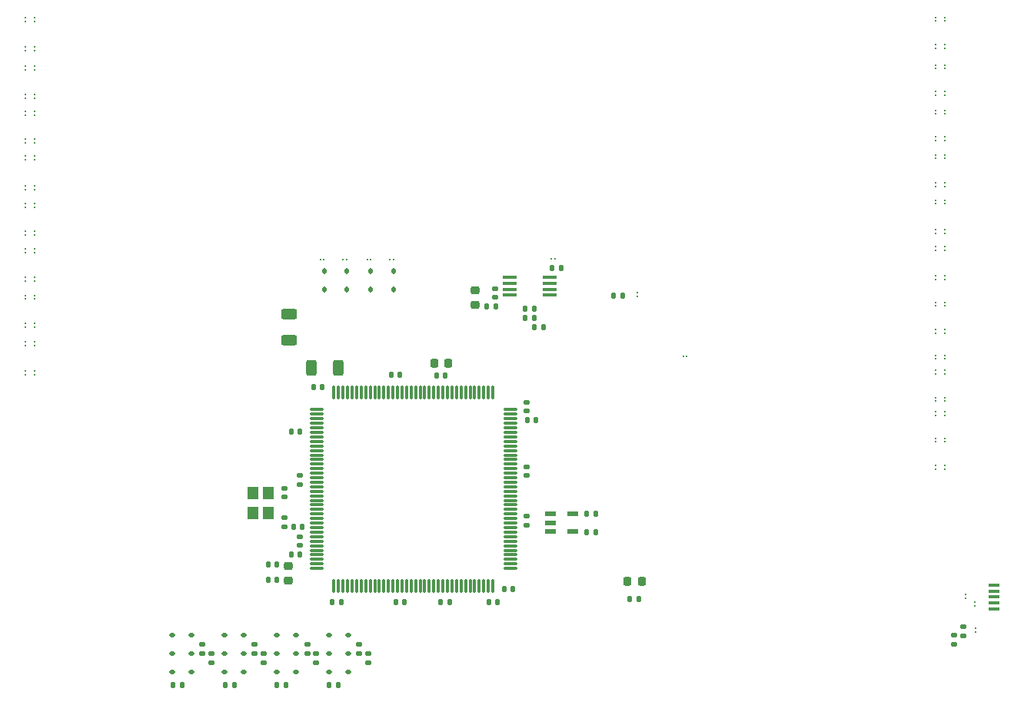
<source format=gbr>
%TF.GenerationSoftware,KiCad,Pcbnew,8.0.8*%
%TF.CreationDate,2025-03-20T13:14:25-05:00*%
%TF.ProjectId,ControllerPCB,436f6e74-726f-46c6-9c65-725043422e6b,rev?*%
%TF.SameCoordinates,Original*%
%TF.FileFunction,Paste,Top*%
%TF.FilePolarity,Positive*%
%FSLAX46Y46*%
G04 Gerber Fmt 4.6, Leading zero omitted, Abs format (unit mm)*
G04 Created by KiCad (PCBNEW 8.0.8) date 2025-03-20 13:14:25*
%MOMM*%
%LPD*%
G01*
G04 APERTURE LIST*
G04 Aperture macros list*
%AMRoundRect*
0 Rectangle with rounded corners*
0 $1 Rounding radius*
0 $2 $3 $4 $5 $6 $7 $8 $9 X,Y pos of 4 corners*
0 Add a 4 corners polygon primitive as box body*
4,1,4,$2,$3,$4,$5,$6,$7,$8,$9,$2,$3,0*
0 Add four circle primitives for the rounded corners*
1,1,$1+$1,$2,$3*
1,1,$1+$1,$4,$5*
1,1,$1+$1,$6,$7*
1,1,$1+$1,$8,$9*
0 Add four rect primitives between the rounded corners*
20,1,$1+$1,$2,$3,$4,$5,0*
20,1,$1+$1,$4,$5,$6,$7,0*
20,1,$1+$1,$6,$7,$8,$9,0*
20,1,$1+$1,$8,$9,$2,$3,0*%
G04 Aperture macros list end*
%ADD10R,0.280000X0.200000*%
%ADD11RoundRect,0.112500X-0.112500X0.187500X-0.112500X-0.187500X0.112500X-0.187500X0.112500X0.187500X0*%
%ADD12RoundRect,0.140000X0.140000X0.170000X-0.140000X0.170000X-0.140000X-0.170000X0.140000X-0.170000X0*%
%ADD13RoundRect,0.112500X0.187500X0.112500X-0.187500X0.112500X-0.187500X-0.112500X0.187500X-0.112500X0*%
%ADD14RoundRect,0.140000X-0.140000X-0.170000X0.140000X-0.170000X0.140000X0.170000X-0.140000X0.170000X0*%
%ADD15RoundRect,0.135000X-0.135000X-0.185000X0.135000X-0.185000X0.135000X0.185000X-0.135000X0.185000X0*%
%ADD16RoundRect,0.135000X-0.185000X0.135000X-0.185000X-0.135000X0.185000X-0.135000X0.185000X0.135000X0*%
%ADD17R,0.200000X0.280000*%
%ADD18RoundRect,0.140000X0.170000X-0.140000X0.170000X0.140000X-0.170000X0.140000X-0.170000X-0.140000X0*%
%ADD19RoundRect,0.135000X0.135000X0.185000X-0.135000X0.185000X-0.135000X-0.185000X0.135000X-0.185000X0*%
%ADD20RoundRect,0.218750X0.256250X-0.218750X0.256250X0.218750X-0.256250X0.218750X-0.256250X-0.218750X0*%
%ADD21RoundRect,0.218750X-0.218750X-0.256250X0.218750X-0.256250X0.218750X0.256250X-0.218750X0.256250X0*%
%ADD22RoundRect,0.250000X-0.625000X0.312500X-0.625000X-0.312500X0.625000X-0.312500X0.625000X0.312500X0*%
%ADD23RoundRect,0.140000X-0.170000X0.140000X-0.170000X-0.140000X0.170000X-0.140000X0.170000X0.140000X0*%
%ADD24R,1.300000X0.450000*%
%ADD25RoundRect,0.075000X-0.662500X-0.075000X0.662500X-0.075000X0.662500X0.075000X-0.662500X0.075000X0*%
%ADD26RoundRect,0.075000X-0.075000X-0.662500X0.075000X-0.662500X0.075000X0.662500X-0.075000X0.662500X0*%
%ADD27RoundRect,0.250000X-0.312500X-0.625000X0.312500X-0.625000X0.312500X0.625000X-0.312500X0.625000X0*%
%ADD28RoundRect,0.225000X-0.225000X-0.250000X0.225000X-0.250000X0.225000X0.250000X-0.225000X0.250000X0*%
%ADD29R,1.200000X1.400000*%
%ADD30R,1.200000X0.600000*%
%ADD31RoundRect,0.218750X-0.256250X0.218750X-0.256250X-0.218750X0.256250X-0.218750X0.256250X0.218750X0*%
%ADD32R,1.524000X0.431800*%
G04 APERTURE END LIST*
D10*
%TO.C,D503*%
X93500000Y-91250000D03*
X93500000Y-91650000D03*
%TD*%
D11*
%TO.C,D114*%
X131500000Y-90531202D03*
X131500000Y-92631202D03*
%TD*%
D12*
%TO.C,C106*%
X123980000Y-118750000D03*
X123020000Y-118750000D03*
%TD*%
D10*
%TO.C,D540*%
X94500000Y-86200000D03*
X94500000Y-86600000D03*
%TD*%
%TO.C,D552*%
X194750000Y-94000000D03*
X194750000Y-94400000D03*
%TD*%
D12*
%TO.C,C107*%
X140180000Y-127100000D03*
X139220000Y-127100000D03*
%TD*%
D10*
%TO.C,D534*%
X93500000Y-78300000D03*
X93500000Y-77900000D03*
%TD*%
D12*
%TO.C,C122*%
X121180000Y-124637500D03*
X120220000Y-124637500D03*
%TD*%
D10*
%TO.C,D550*%
X193750000Y-94000000D03*
X193750000Y-94400000D03*
%TD*%
%TO.C,D502*%
X93500000Y-88500000D03*
X93500000Y-88100000D03*
%TD*%
%TO.C,D512*%
X94500000Y-101600000D03*
X94500000Y-102000000D03*
%TD*%
D13*
%TO.C,D410*%
X117500000Y-134734399D03*
X115400000Y-134734399D03*
%TD*%
D10*
%TO.C,D530*%
X93500000Y-73400000D03*
X93500000Y-73000000D03*
%TD*%
%TO.C,D570*%
X193750000Y-106500000D03*
X193750000Y-106100000D03*
%TD*%
D14*
%TO.C,C114*%
X144490000Y-127100000D03*
X145450000Y-127100000D03*
%TD*%
D10*
%TO.C,D529*%
X94500000Y-73400000D03*
X94500000Y-73000000D03*
%TD*%
%TO.C,D562*%
X194750000Y-101500000D03*
X194750000Y-101900000D03*
%TD*%
%TO.C,D574*%
X194750000Y-109000000D03*
X194750000Y-109400000D03*
%TD*%
D12*
%TO.C,C102*%
X123730000Y-108250000D03*
X122770000Y-108250000D03*
%TD*%
D15*
%TO.C,R202*%
X149490000Y-96750000D03*
X150510000Y-96750000D03*
%TD*%
D13*
%TO.C,D411*%
X129000000Y-130734399D03*
X126900000Y-130734399D03*
%TD*%
D10*
%TO.C,D511*%
X93500000Y-101600000D03*
X93500000Y-102000000D03*
%TD*%
D11*
%TO.C,D115*%
X128866800Y-90531202D03*
X128866800Y-92631202D03*
%TD*%
D10*
%TO.C,D542*%
X194750000Y-88250000D03*
X194750000Y-87850000D03*
%TD*%
D16*
%TO.C,R108*%
X196800000Y-129755000D03*
X196800000Y-130775000D03*
%TD*%
D10*
%TO.C,D549*%
X194750000Y-68250000D03*
X194750000Y-67850000D03*
%TD*%
D16*
%TO.C,R412*%
X119700000Y-132724399D03*
X119700000Y-133744399D03*
%TD*%
D10*
%TO.C,D554*%
X193750000Y-97000000D03*
X193750000Y-97400000D03*
%TD*%
D17*
%TO.C,D110*%
X131116800Y-89281202D03*
X131516800Y-89281202D03*
%TD*%
D18*
%TO.C,C119*%
X123700000Y-114080000D03*
X123700000Y-113120000D03*
%TD*%
D10*
%TO.C,D109*%
X198100000Y-130380000D03*
X198100000Y-129980000D03*
%TD*%
D11*
%TO.C,D113*%
X134000000Y-90531202D03*
X134000000Y-92631202D03*
%TD*%
D19*
%TO.C,R401*%
X122210000Y-136234399D03*
X121190000Y-136234399D03*
%TD*%
D10*
%TO.C,D539*%
X93500000Y-86200000D03*
X93500000Y-86600000D03*
%TD*%
%TO.C,D507*%
X93500000Y-96350000D03*
X93500000Y-96750000D03*
%TD*%
D13*
%TO.C,D401*%
X123250000Y-132734399D03*
X121150000Y-132734399D03*
%TD*%
D10*
%TO.C,D504*%
X94500000Y-91250000D03*
X94500000Y-91650000D03*
%TD*%
D20*
%TO.C,D202*%
X143000000Y-94287500D03*
X143000000Y-92712500D03*
%TD*%
D10*
%TO.C,D501*%
X94500000Y-88500000D03*
X94500000Y-88100000D03*
%TD*%
D19*
%TO.C,R101*%
X161010000Y-126750000D03*
X159990000Y-126750000D03*
%TD*%
D10*
%TO.C,D509*%
X94500000Y-98750000D03*
X94500000Y-98350000D03*
%TD*%
%TO.C,D568*%
X194750000Y-104500000D03*
X194750000Y-104900000D03*
%TD*%
%TO.C,D558*%
X193750000Y-100250000D03*
X193750000Y-99850000D03*
%TD*%
D13*
%TO.C,D408*%
X129000000Y-134734399D03*
X126900000Y-134734399D03*
%TD*%
D10*
%TO.C,D566*%
X193750000Y-104500000D03*
X193750000Y-104900000D03*
%TD*%
D19*
%TO.C,R407*%
X127960000Y-136234399D03*
X126940000Y-136234399D03*
%TD*%
D10*
%TO.C,D505*%
X94500000Y-93650000D03*
X94500000Y-93250000D03*
%TD*%
D14*
%TO.C,C116*%
X133770000Y-102000000D03*
X134730000Y-102000000D03*
%TD*%
D10*
%TO.C,D544*%
X193750000Y-88250000D03*
X193750000Y-87850000D03*
%TD*%
D13*
%TO.C,D412*%
X117500000Y-130734399D03*
X115400000Y-130734399D03*
%TD*%
D10*
%TO.C,D564*%
X193750000Y-101900000D03*
X193750000Y-101500000D03*
%TD*%
%TO.C,D545*%
X193750000Y-65600000D03*
X193750000Y-66000000D03*
%TD*%
D21*
%TO.C,D101*%
X159792500Y-124750000D03*
X161367500Y-124750000D03*
%TD*%
D22*
%TO.C,R102*%
X122500000Y-95287500D03*
X122500000Y-98212500D03*
%TD*%
D10*
%TO.C,D506*%
X93500000Y-93650000D03*
X93500000Y-93250000D03*
%TD*%
D19*
%TO.C,R402*%
X110710000Y-136234399D03*
X109690000Y-136234399D03*
%TD*%
D15*
%TO.C,R201*%
X148490000Y-95750000D03*
X149510000Y-95750000D03*
%TD*%
D12*
%TO.C,C118*%
X126180000Y-103350000D03*
X125220000Y-103350000D03*
%TD*%
D13*
%TO.C,D407*%
X129000000Y-132734399D03*
X126900000Y-132734399D03*
%TD*%
D14*
%TO.C,C201*%
X151500000Y-90250000D03*
X152460000Y-90250000D03*
%TD*%
D12*
%TO.C,C104*%
X128230000Y-127100000D03*
X127270000Y-127100000D03*
%TD*%
D15*
%TO.C,R107*%
X158260000Y-93268300D03*
X159280000Y-93268300D03*
%TD*%
D17*
%TO.C,D105*%
X125950000Y-89281202D03*
X126350000Y-89281202D03*
%TD*%
D13*
%TO.C,D404*%
X111750000Y-134734399D03*
X109650000Y-134734399D03*
%TD*%
D12*
%TO.C,C105*%
X135200000Y-127100000D03*
X134240000Y-127100000D03*
%TD*%
D17*
%TO.C,D106*%
X128450000Y-89281202D03*
X128850000Y-89281202D03*
%TD*%
D12*
%TO.C,C120*%
X123700000Y-121850000D03*
X122740000Y-121850000D03*
%TD*%
D10*
%TO.C,D543*%
X193750000Y-63000000D03*
X193750000Y-62600000D03*
%TD*%
%TO.C,D548*%
X194750000Y-91100000D03*
X194750000Y-91500000D03*
%TD*%
D13*
%TO.C,D403*%
X111750000Y-132734399D03*
X109650000Y-132734399D03*
%TD*%
D10*
%TO.C,D555*%
X194750000Y-70750000D03*
X194750000Y-71150000D03*
%TD*%
D13*
%TO.C,D406*%
X111750000Y-130734399D03*
X109650000Y-130734399D03*
%TD*%
D14*
%TO.C,C202*%
X148520000Y-94750000D03*
X149480000Y-94750000D03*
%TD*%
D23*
%TO.C,C203*%
X145171700Y-92520000D03*
X145171700Y-93480000D03*
%TD*%
D10*
%TO.C,D551*%
X193750000Y-68250000D03*
X193750000Y-67850000D03*
%TD*%
%TO.C,D567*%
X193750000Y-78150000D03*
X193750000Y-77750000D03*
%TD*%
D15*
%TO.C,R203*%
X144240000Y-94500000D03*
X145260000Y-94500000D03*
%TD*%
D10*
%TO.C,D523*%
X93500000Y-65850000D03*
X93500000Y-66250000D03*
%TD*%
D19*
%TO.C,R410*%
X116470000Y-136234399D03*
X115450000Y-136234399D03*
%TD*%
D15*
%TO.C,R302*%
X155265199Y-119364800D03*
X156285199Y-119364800D03*
%TD*%
D10*
%TO.C,D569*%
X193750000Y-80850000D03*
X193750000Y-81250000D03*
%TD*%
%TO.C,D524*%
X94500000Y-65850000D03*
X94500000Y-66250000D03*
%TD*%
D23*
%TO.C,C112*%
X122000000Y-117790000D03*
X122000000Y-118750000D03*
%TD*%
D10*
%TO.C,D571*%
X194750000Y-80850000D03*
X194750000Y-81250000D03*
%TD*%
%TO.C,D108*%
X198050000Y-127455000D03*
X198050000Y-127055000D03*
%TD*%
%TO.C,D527*%
X93500000Y-71100000D03*
X93500000Y-71500000D03*
%TD*%
D16*
%TO.C,R403*%
X124500000Y-131724399D03*
X124500000Y-132744399D03*
%TD*%
D24*
%TO.C,J107*%
X200150000Y-125205000D03*
X200150000Y-125855000D03*
X200150000Y-126505000D03*
X200150000Y-127155000D03*
X200150000Y-127805000D03*
%TD*%
D10*
%TO.C,D541*%
X194750000Y-63000000D03*
X194750000Y-62600000D03*
%TD*%
D17*
%TO.C,D201*%
X151800000Y-89250000D03*
X151400000Y-89250000D03*
%TD*%
D23*
%TO.C,C103*%
X123700000Y-119850000D03*
X123700000Y-120810000D03*
%TD*%
D10*
%TO.C,D103*%
X197050000Y-126205000D03*
X197050000Y-126605000D03*
%TD*%
%TO.C,D572*%
X194750000Y-106500000D03*
X194750000Y-106100000D03*
%TD*%
D23*
%TO.C,C110*%
X148700000Y-117620000D03*
X148700000Y-118580000D03*
%TD*%
D25*
%TO.C,U101*%
X125537500Y-105850000D03*
X125537500Y-106350000D03*
X125537500Y-106850000D03*
X125537500Y-107350000D03*
X125537500Y-107850000D03*
X125537500Y-108350000D03*
X125537500Y-108850000D03*
X125537500Y-109350000D03*
X125537500Y-109850000D03*
X125537500Y-110350000D03*
X125537500Y-110850000D03*
X125537500Y-111350000D03*
X125537500Y-111850000D03*
X125537500Y-112350000D03*
X125537500Y-112850000D03*
X125537500Y-113350000D03*
X125537500Y-113850000D03*
X125537500Y-114350000D03*
X125537500Y-114850000D03*
X125537500Y-115350000D03*
X125537500Y-115850000D03*
X125537500Y-116350000D03*
X125537500Y-116850000D03*
X125537500Y-117350000D03*
X125537500Y-117850000D03*
X125537500Y-118350000D03*
X125537500Y-118850000D03*
X125537500Y-119350000D03*
X125537500Y-119850000D03*
X125537500Y-120350000D03*
X125537500Y-120850000D03*
X125537500Y-121350000D03*
X125537500Y-121850000D03*
X125537500Y-122350000D03*
X125537500Y-122850000D03*
X125537500Y-123350000D03*
D26*
X127450000Y-125262500D03*
X127950000Y-125262500D03*
X128450000Y-125262500D03*
X128950000Y-125262500D03*
X129450000Y-125262500D03*
X129950000Y-125262500D03*
X130450000Y-125262500D03*
X130950000Y-125262500D03*
X131450000Y-125262500D03*
X131950000Y-125262500D03*
X132450000Y-125262500D03*
X132950000Y-125262500D03*
X133450000Y-125262500D03*
X133950000Y-125262500D03*
X134450000Y-125262500D03*
X134950000Y-125262500D03*
X135450000Y-125262500D03*
X135950000Y-125262500D03*
X136450000Y-125262500D03*
X136950000Y-125262500D03*
X137450000Y-125262500D03*
X137950000Y-125262500D03*
X138450000Y-125262500D03*
X138950000Y-125262500D03*
X139450000Y-125262500D03*
X139950000Y-125262500D03*
X140450000Y-125262500D03*
X140950000Y-125262500D03*
X141450000Y-125262500D03*
X141950000Y-125262500D03*
X142450000Y-125262500D03*
X142950000Y-125262500D03*
X143450000Y-125262500D03*
X143950000Y-125262500D03*
X144450000Y-125262500D03*
X144950000Y-125262500D03*
D25*
X146862500Y-123350000D03*
X146862500Y-122850000D03*
X146862500Y-122350000D03*
X146862500Y-121850000D03*
X146862500Y-121350000D03*
X146862500Y-120850000D03*
X146862500Y-120350000D03*
X146862500Y-119850000D03*
X146862500Y-119350000D03*
X146862500Y-118850000D03*
X146862500Y-118350000D03*
X146862500Y-117850000D03*
X146862500Y-117350000D03*
X146862500Y-116850000D03*
X146862500Y-116350000D03*
X146862500Y-115850000D03*
X146862500Y-115350000D03*
X146862500Y-114850000D03*
X146862500Y-114350000D03*
X146862500Y-113850000D03*
X146862500Y-113350000D03*
X146862500Y-112850000D03*
X146862500Y-112350000D03*
X146862500Y-111850000D03*
X146862500Y-111350000D03*
X146862500Y-110850000D03*
X146862500Y-110350000D03*
X146862500Y-109850000D03*
X146862500Y-109350000D03*
X146862500Y-108850000D03*
X146862500Y-108350000D03*
X146862500Y-107850000D03*
X146862500Y-107350000D03*
X146862500Y-106850000D03*
X146862500Y-106350000D03*
X146862500Y-105850000D03*
D26*
X144950000Y-103937500D03*
X144450000Y-103937500D03*
X143950000Y-103937500D03*
X143450000Y-103937500D03*
X142950000Y-103937500D03*
X142450000Y-103937500D03*
X141950000Y-103937500D03*
X141450000Y-103937500D03*
X140950000Y-103937500D03*
X140450000Y-103937500D03*
X139950000Y-103937500D03*
X139450000Y-103937500D03*
X138950000Y-103937500D03*
X138450000Y-103937500D03*
X137950000Y-103937500D03*
X137450000Y-103937500D03*
X136950000Y-103937500D03*
X136450000Y-103937500D03*
X135950000Y-103937500D03*
X135450000Y-103937500D03*
X134950000Y-103937500D03*
X134450000Y-103937500D03*
X133950000Y-103937500D03*
X133450000Y-103937500D03*
X132950000Y-103937500D03*
X132450000Y-103937500D03*
X131950000Y-103937500D03*
X131450000Y-103937500D03*
X130950000Y-103937500D03*
X130450000Y-103937500D03*
X129950000Y-103937500D03*
X129450000Y-103937500D03*
X128950000Y-103937500D03*
X128450000Y-103937500D03*
X127950000Y-103937500D03*
X127450000Y-103937500D03*
%TD*%
D16*
%TO.C,R109*%
X195770000Y-130730000D03*
X195770000Y-131750000D03*
%TD*%
D12*
%TO.C,C121*%
X121180000Y-122887500D03*
X120220000Y-122887500D03*
%TD*%
D15*
%TO.C,R301*%
X155265199Y-117364800D03*
X156285199Y-117364800D03*
%TD*%
D10*
%TO.C,D528*%
X94500000Y-71100000D03*
X94500000Y-71500000D03*
%TD*%
D13*
%TO.C,D405*%
X123250000Y-130734399D03*
X121150000Y-130734399D03*
%TD*%
D10*
%TO.C,D510*%
X93500000Y-98750000D03*
X93500000Y-98350000D03*
%TD*%
D27*
%TO.C,R103*%
X124987500Y-101250000D03*
X127912500Y-101250000D03*
%TD*%
D10*
%TO.C,D561*%
X193750000Y-75750000D03*
X193750000Y-76150000D03*
%TD*%
D11*
%TO.C,D116*%
X126366800Y-90531202D03*
X126366800Y-92631202D03*
%TD*%
D14*
%TO.C,C115*%
X138770000Y-102100000D03*
X139730000Y-102100000D03*
%TD*%
D10*
%TO.C,D559*%
X193750000Y-73250000D03*
X193750000Y-72850000D03*
%TD*%
%TO.C,D573*%
X194750000Y-83150000D03*
X194750000Y-82750000D03*
%TD*%
%TO.C,D521*%
X94500000Y-63050000D03*
X94500000Y-62650000D03*
%TD*%
%TO.C,D560*%
X194750000Y-100250000D03*
X194750000Y-99850000D03*
%TD*%
%TO.C,D563*%
X194750000Y-75750000D03*
X194750000Y-76150000D03*
%TD*%
D13*
%TO.C,D402*%
X123250000Y-134734399D03*
X121150000Y-134734399D03*
%TD*%
D16*
%TO.C,R409*%
X131200000Y-132734399D03*
X131200000Y-133754399D03*
%TD*%
D10*
%TO.C,D575*%
X193750000Y-83150000D03*
X193750000Y-82750000D03*
%TD*%
%TO.C,D547*%
X194750000Y-65600000D03*
X194750000Y-66000000D03*
%TD*%
D16*
%TO.C,R405*%
X112900000Y-131724399D03*
X112900000Y-132744399D03*
%TD*%
D10*
%TO.C,D102*%
X160900000Y-92950000D03*
X160900000Y-93350000D03*
%TD*%
%TO.C,D580*%
X193750000Y-112000000D03*
X193750000Y-112400000D03*
%TD*%
D13*
%TO.C,D409*%
X117500000Y-132734399D03*
X115400000Y-132734399D03*
%TD*%
D28*
%TO.C,C101*%
X138475000Y-100750000D03*
X140025000Y-100750000D03*
%TD*%
D23*
%TO.C,C111*%
X148700000Y-112120000D03*
X148700000Y-113080000D03*
%TD*%
D14*
%TO.C,C109*%
X146220000Y-125600000D03*
X147180000Y-125600000D03*
%TD*%
D10*
%TO.C,D536*%
X94500000Y-81200000D03*
X94500000Y-81600000D03*
%TD*%
%TO.C,D526*%
X93500000Y-68400000D03*
X93500000Y-68000000D03*
%TD*%
%TO.C,D522*%
X93500000Y-63050000D03*
X93500000Y-62650000D03*
%TD*%
D23*
%TO.C,C113*%
X148700000Y-105020000D03*
X148700000Y-105980000D03*
%TD*%
D10*
%TO.C,D578*%
X194750000Y-112000000D03*
X194750000Y-112400000D03*
%TD*%
D23*
%TO.C,C108*%
X122000000Y-114540000D03*
X122000000Y-115500000D03*
%TD*%
D14*
%TO.C,C117*%
X148740000Y-107000000D03*
X149700000Y-107000000D03*
%TD*%
D10*
%TO.C,D537*%
X94500000Y-83150000D03*
X94500000Y-83550000D03*
%TD*%
D29*
%TO.C,Y101*%
X118550000Y-115020000D03*
X118550000Y-117220000D03*
X120250000Y-117220000D03*
X120250000Y-115020000D03*
%TD*%
D10*
%TO.C,D546*%
X193750000Y-91100000D03*
X193750000Y-91500000D03*
%TD*%
%TO.C,D538*%
X93500000Y-83150000D03*
X93500000Y-83550000D03*
%TD*%
%TO.C,D565*%
X194750000Y-78150000D03*
X194750000Y-77750000D03*
%TD*%
%TO.C,D579*%
X194750000Y-86000000D03*
X194750000Y-86400000D03*
%TD*%
%TO.C,D533*%
X94500000Y-78300000D03*
X94500000Y-77900000D03*
%TD*%
D16*
%TO.C,R404*%
X125450000Y-132734399D03*
X125450000Y-133754399D03*
%TD*%
D10*
%TO.C,D557*%
X194750000Y-73250000D03*
X194750000Y-72850000D03*
%TD*%
D17*
%TO.C,D117*%
X166300000Y-99980000D03*
X165900000Y-99980000D03*
%TD*%
%TO.C,D112*%
X133616800Y-89281202D03*
X134016800Y-89281202D03*
%TD*%
D30*
%TO.C,U301*%
X151275199Y-117364800D03*
X151275199Y-118314800D03*
X151275199Y-119264800D03*
X153775199Y-119264800D03*
X153775199Y-117364800D03*
%TD*%
D10*
%TO.C,D508*%
X94500000Y-96350000D03*
X94500000Y-96750000D03*
%TD*%
D16*
%TO.C,R408*%
X130200000Y-131714399D03*
X130200000Y-132734399D03*
%TD*%
D31*
%TO.C,FB101*%
X122450000Y-123100000D03*
X122450000Y-124675000D03*
%TD*%
D10*
%TO.C,D556*%
X194750000Y-97000000D03*
X194750000Y-97400000D03*
%TD*%
%TO.C,D531*%
X93500000Y-76000000D03*
X93500000Y-76400000D03*
%TD*%
D16*
%TO.C,R406*%
X113950000Y-132724399D03*
X113950000Y-133744399D03*
%TD*%
D10*
%TO.C,D553*%
X193750000Y-70750000D03*
X193750000Y-71150000D03*
%TD*%
D16*
%TO.C,R411*%
X118700000Y-131724399D03*
X118700000Y-132744399D03*
%TD*%
D10*
%TO.C,D532*%
X94500000Y-76000000D03*
X94500000Y-76400000D03*
%TD*%
D32*
%TO.C,U201*%
X146828300Y-91275001D03*
X146828300Y-91924999D03*
X146828300Y-92575001D03*
X146828300Y-93224999D03*
X151171700Y-93224999D03*
X151171700Y-92575001D03*
X151171700Y-91924999D03*
X151171700Y-91275001D03*
%TD*%
D10*
%TO.C,D535*%
X93500000Y-81200000D03*
X93500000Y-81600000D03*
%TD*%
%TO.C,D577*%
X193750000Y-86000000D03*
X193750000Y-86400000D03*
%TD*%
%TO.C,D525*%
X94500000Y-68400000D03*
X94500000Y-68000000D03*
%TD*%
%TO.C,D576*%
X193750000Y-109000000D03*
X193750000Y-109400000D03*
%TD*%
M02*

</source>
